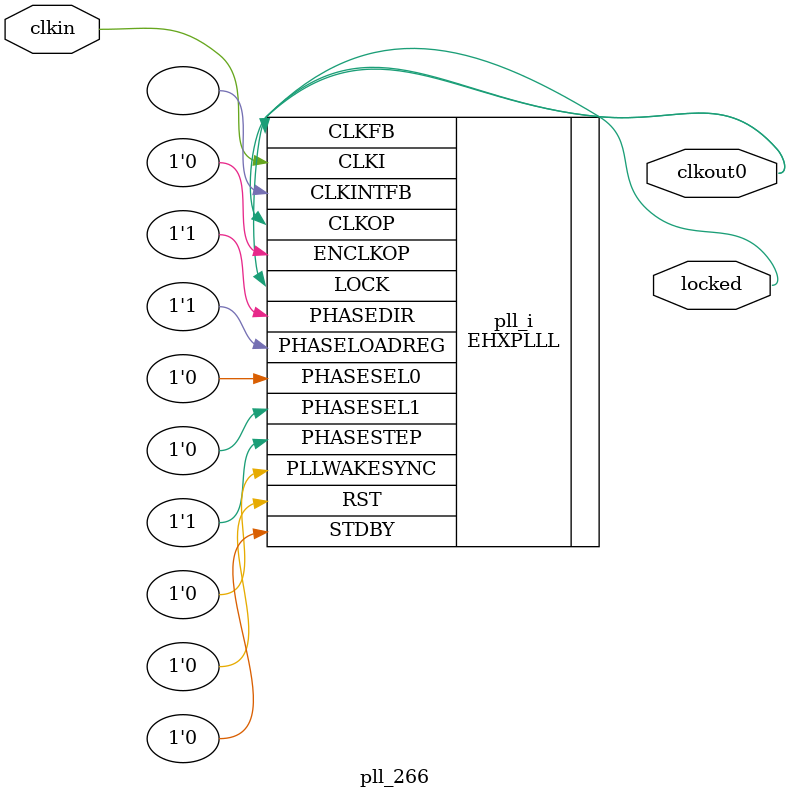
<source format=v>
module pll_266
(
    input wire clkin, // 25 MHz, 0 deg
    output wire clkout0, // 266.667 MHz, 0 deg
    output wire locked
);
(* FREQUENCY_PIN_CLKI="25" *)
(* FREQUENCY_PIN_CLKOP="266.667" *)
(* ICP_CURRENT="12" *) (* LPF_RESISTOR="8" *) (* MFG_ENABLE_FILTEROPAMP="1" *) (* MFG_GMCREF_SEL="2" *)
EHXPLLL #(
        .PLLRST_ENA("DISABLED"),
        .INTFB_WAKE("DISABLED"),
        .STDBY_ENABLE("DISABLED"),
        .DPHASE_SOURCE("DISABLED"),
        .OUTDIVIDER_MUXA("DIVA"),
        .OUTDIVIDER_MUXB("DIVB"),
        .OUTDIVIDER_MUXC("DIVC"),
        .OUTDIVIDER_MUXD("DIVD"),
        .CLKI_DIV(3),
        .CLKOP_ENABLE("ENABLED"),
        .CLKOP_DIV(2),
        .CLKOP_CPHASE(1),
        .CLKOP_FPHASE(0),
        .FEEDBK_PATH("CLKOP"),
        .CLKFB_DIV(32)
    ) pll_i (
        .RST(1'b0),
        .STDBY(1'b0),
        .CLKI(clkin),
        .CLKOP(clkout0),
        .CLKFB(clkout0),
        .CLKINTFB(),
        .PHASESEL0(1'b0),
        .PHASESEL1(1'b0),
        .PHASEDIR(1'b1),
        .PHASESTEP(1'b1),
        .PHASELOADREG(1'b1),
        .PLLWAKESYNC(1'b0),
        .ENCLKOP(1'b0),
        .LOCK(locked)
	);
endmodule

</source>
